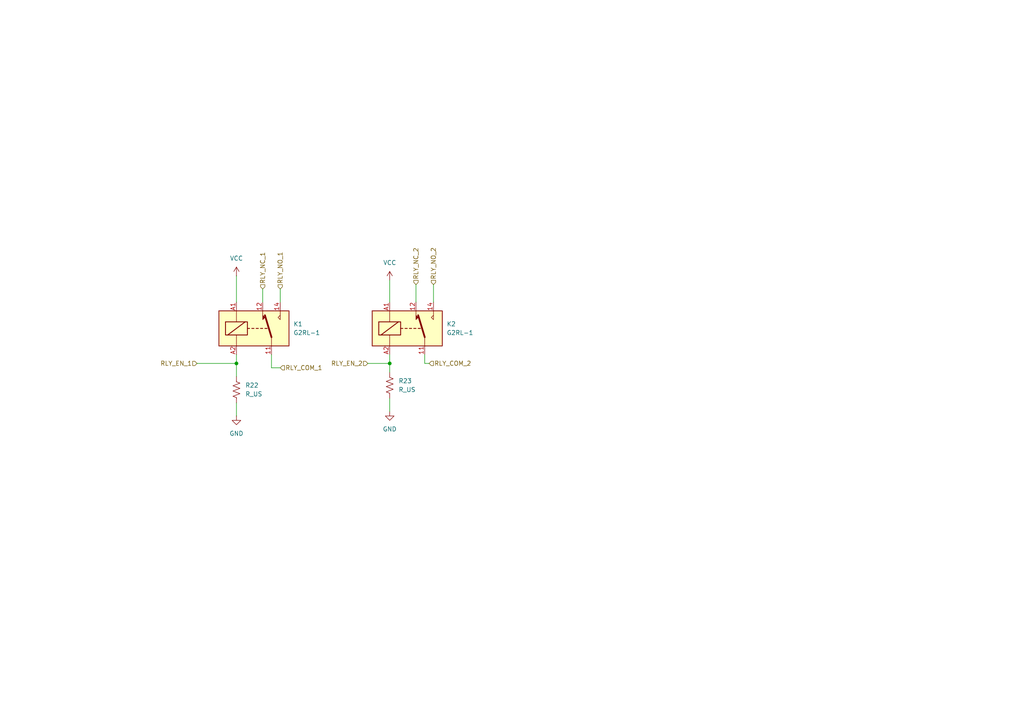
<source format=kicad_sch>
(kicad_sch
	(version 20231120)
	(generator "eeschema")
	(generator_version "8.0")
	(uuid "c5dbbfdd-168b-481a-a1b0-feb35521f3b0")
	(paper "A4")
	(lib_symbols
		(symbol "Device:R_US"
			(pin_numbers hide)
			(pin_names
				(offset 0)
			)
			(exclude_from_sim no)
			(in_bom yes)
			(on_board yes)
			(property "Reference" "R"
				(at 2.54 0 90)
				(effects
					(font
						(size 1.27 1.27)
					)
				)
			)
			(property "Value" "R_US"
				(at -2.54 0 90)
				(effects
					(font
						(size 1.27 1.27)
					)
				)
			)
			(property "Footprint" ""
				(at 1.016 -0.254 90)
				(effects
					(font
						(size 1.27 1.27)
					)
					(hide yes)
				)
			)
			(property "Datasheet" "~"
				(at 0 0 0)
				(effects
					(font
						(size 1.27 1.27)
					)
					(hide yes)
				)
			)
			(property "Description" "Resistor, US symbol"
				(at 0 0 0)
				(effects
					(font
						(size 1.27 1.27)
					)
					(hide yes)
				)
			)
			(property "ki_keywords" "R res resistor"
				(at 0 0 0)
				(effects
					(font
						(size 1.27 1.27)
					)
					(hide yes)
				)
			)
			(property "ki_fp_filters" "R_*"
				(at 0 0 0)
				(effects
					(font
						(size 1.27 1.27)
					)
					(hide yes)
				)
			)
			(symbol "R_US_0_1"
				(polyline
					(pts
						(xy 0 -2.286) (xy 0 -2.54)
					)
					(stroke
						(width 0)
						(type default)
					)
					(fill
						(type none)
					)
				)
				(polyline
					(pts
						(xy 0 2.286) (xy 0 2.54)
					)
					(stroke
						(width 0)
						(type default)
					)
					(fill
						(type none)
					)
				)
				(polyline
					(pts
						(xy 0 -0.762) (xy 1.016 -1.143) (xy 0 -1.524) (xy -1.016 -1.905) (xy 0 -2.286)
					)
					(stroke
						(width 0)
						(type default)
					)
					(fill
						(type none)
					)
				)
				(polyline
					(pts
						(xy 0 0.762) (xy 1.016 0.381) (xy 0 0) (xy -1.016 -0.381) (xy 0 -0.762)
					)
					(stroke
						(width 0)
						(type default)
					)
					(fill
						(type none)
					)
				)
				(polyline
					(pts
						(xy 0 2.286) (xy 1.016 1.905) (xy 0 1.524) (xy -1.016 1.143) (xy 0 0.762)
					)
					(stroke
						(width 0)
						(type default)
					)
					(fill
						(type none)
					)
				)
			)
			(symbol "R_US_1_1"
				(pin passive line
					(at 0 3.81 270)
					(length 1.27)
					(name "~"
						(effects
							(font
								(size 1.27 1.27)
							)
						)
					)
					(number "1"
						(effects
							(font
								(size 1.27 1.27)
							)
						)
					)
				)
				(pin passive line
					(at 0 -3.81 90)
					(length 1.27)
					(name "~"
						(effects
							(font
								(size 1.27 1.27)
							)
						)
					)
					(number "2"
						(effects
							(font
								(size 1.27 1.27)
							)
						)
					)
				)
			)
		)
		(symbol "Relay:G2RL-1"
			(exclude_from_sim no)
			(in_bom yes)
			(on_board yes)
			(property "Reference" "K"
				(at 11.43 3.81 0)
				(effects
					(font
						(size 1.27 1.27)
					)
					(justify left)
				)
			)
			(property "Value" "G2RL-1"
				(at 11.43 1.27 0)
				(effects
					(font
						(size 1.27 1.27)
					)
					(justify left)
				)
			)
			(property "Footprint" "Relay_THT:Relay_SPDT_Omron_G2RL-1"
				(at 11.43 -1.27 0)
				(effects
					(font
						(size 1.27 1.27)
					)
					(justify left)
					(hide yes)
				)
			)
			(property "Datasheet" "https://omronfs.omron.com/en_US/ecb/products/pdf/en-g2rl.pdf"
				(at 0 0 0)
				(effects
					(font
						(size 1.27 1.27)
					)
					(hide yes)
				)
			)
			(property "Description" "General Purpose Low Profile Relay SPDT Through Hole, Omron G2RL series, 12A 250VAC"
				(at 0 0 0)
				(effects
					(font
						(size 1.27 1.27)
					)
					(hide yes)
				)
			)
			(property "ki_keywords" "Single Pole Relay SPDT Omron"
				(at 0 0 0)
				(effects
					(font
						(size 1.27 1.27)
					)
					(hide yes)
				)
			)
			(property "ki_fp_filters" "Relay?SPDT?Omron?G2RL*"
				(at 0 0 0)
				(effects
					(font
						(size 1.27 1.27)
					)
					(hide yes)
				)
			)
			(symbol "G2RL-1_0_0"
				(polyline
					(pts
						(xy 7.62 5.08) (xy 7.62 2.54) (xy 6.985 3.175) (xy 7.62 3.81)
					)
					(stroke
						(width 0)
						(type default)
					)
					(fill
						(type none)
					)
				)
			)
			(symbol "G2RL-1_0_1"
				(rectangle
					(start -10.16 5.08)
					(end 10.16 -5.08)
					(stroke
						(width 0.254)
						(type default)
					)
					(fill
						(type background)
					)
				)
				(rectangle
					(start -8.255 1.905)
					(end -1.905 -1.905)
					(stroke
						(width 0.254)
						(type default)
					)
					(fill
						(type none)
					)
				)
				(polyline
					(pts
						(xy -7.62 -1.905) (xy -2.54 1.905)
					)
					(stroke
						(width 0.254)
						(type default)
					)
					(fill
						(type none)
					)
				)
				(polyline
					(pts
						(xy -5.08 -5.08) (xy -5.08 -1.905)
					)
					(stroke
						(width 0)
						(type default)
					)
					(fill
						(type none)
					)
				)
				(polyline
					(pts
						(xy -5.08 5.08) (xy -5.08 1.905)
					)
					(stroke
						(width 0)
						(type default)
					)
					(fill
						(type none)
					)
				)
				(polyline
					(pts
						(xy -1.905 0) (xy -1.27 0)
					)
					(stroke
						(width 0.254)
						(type default)
					)
					(fill
						(type none)
					)
				)
				(polyline
					(pts
						(xy -0.635 0) (xy 0 0)
					)
					(stroke
						(width 0.254)
						(type default)
					)
					(fill
						(type none)
					)
				)
				(polyline
					(pts
						(xy 0.635 0) (xy 1.27 0)
					)
					(stroke
						(width 0.254)
						(type default)
					)
					(fill
						(type none)
					)
				)
				(polyline
					(pts
						(xy 1.905 0) (xy 2.54 0)
					)
					(stroke
						(width 0.254)
						(type default)
					)
					(fill
						(type none)
					)
				)
				(polyline
					(pts
						(xy 3.175 0) (xy 3.81 0)
					)
					(stroke
						(width 0.254)
						(type default)
					)
					(fill
						(type none)
					)
				)
				(polyline
					(pts
						(xy 5.08 -2.54) (xy 3.175 3.81)
					)
					(stroke
						(width 0.508)
						(type default)
					)
					(fill
						(type none)
					)
				)
				(polyline
					(pts
						(xy 5.08 -2.54) (xy 5.08 -5.08)
					)
					(stroke
						(width 0)
						(type default)
					)
					(fill
						(type none)
					)
				)
				(polyline
					(pts
						(xy 2.54 5.08) (xy 2.54 2.54) (xy 3.175 3.175) (xy 2.54 3.81)
					)
					(stroke
						(width 0)
						(type default)
					)
					(fill
						(type outline)
					)
				)
			)
			(symbol "G2RL-1_1_1"
				(pin passive line
					(at 5.08 -7.62 90)
					(length 2.54)
					(name "~"
						(effects
							(font
								(size 1.27 1.27)
							)
						)
					)
					(number "11"
						(effects
							(font
								(size 1.27 1.27)
							)
						)
					)
				)
				(pin passive line
					(at 2.54 7.62 270)
					(length 2.54)
					(name "~"
						(effects
							(font
								(size 1.27 1.27)
							)
						)
					)
					(number "12"
						(effects
							(font
								(size 1.27 1.27)
							)
						)
					)
				)
				(pin passive line
					(at 7.62 7.62 270)
					(length 2.54)
					(name "~"
						(effects
							(font
								(size 1.27 1.27)
							)
						)
					)
					(number "14"
						(effects
							(font
								(size 1.27 1.27)
							)
						)
					)
				)
				(pin passive line
					(at -5.08 7.62 270)
					(length 2.54)
					(name "~"
						(effects
							(font
								(size 1.27 1.27)
							)
						)
					)
					(number "A1"
						(effects
							(font
								(size 1.27 1.27)
							)
						)
					)
				)
				(pin passive line
					(at -5.08 -7.62 90)
					(length 2.54)
					(name "~"
						(effects
							(font
								(size 1.27 1.27)
							)
						)
					)
					(number "A2"
						(effects
							(font
								(size 1.27 1.27)
							)
						)
					)
				)
			)
		)
		(symbol "power:GND"
			(power)
			(pin_numbers hide)
			(pin_names
				(offset 0) hide)
			(exclude_from_sim no)
			(in_bom yes)
			(on_board yes)
			(property "Reference" "#PWR"
				(at 0 -6.35 0)
				(effects
					(font
						(size 1.27 1.27)
					)
					(hide yes)
				)
			)
			(property "Value" "GND"
				(at 0 -3.81 0)
				(effects
					(font
						(size 1.27 1.27)
					)
				)
			)
			(property "Footprint" ""
				(at 0 0 0)
				(effects
					(font
						(size 1.27 1.27)
					)
					(hide yes)
				)
			)
			(property "Datasheet" ""
				(at 0 0 0)
				(effects
					(font
						(size 1.27 1.27)
					)
					(hide yes)
				)
			)
			(property "Description" "Power symbol creates a global label with name \"GND\" , ground"
				(at 0 0 0)
				(effects
					(font
						(size 1.27 1.27)
					)
					(hide yes)
				)
			)
			(property "ki_keywords" "global power"
				(at 0 0 0)
				(effects
					(font
						(size 1.27 1.27)
					)
					(hide yes)
				)
			)
			(symbol "GND_0_1"
				(polyline
					(pts
						(xy 0 0) (xy 0 -1.27) (xy 1.27 -1.27) (xy 0 -2.54) (xy -1.27 -1.27) (xy 0 -1.27)
					)
					(stroke
						(width 0)
						(type default)
					)
					(fill
						(type none)
					)
				)
			)
			(symbol "GND_1_1"
				(pin power_in line
					(at 0 0 270)
					(length 0)
					(name "~"
						(effects
							(font
								(size 1.27 1.27)
							)
						)
					)
					(number "1"
						(effects
							(font
								(size 1.27 1.27)
							)
						)
					)
				)
			)
		)
		(symbol "power:VCC"
			(power)
			(pin_numbers hide)
			(pin_names
				(offset 0) hide)
			(exclude_from_sim no)
			(in_bom yes)
			(on_board yes)
			(property "Reference" "#PWR"
				(at 0 -3.81 0)
				(effects
					(font
						(size 1.27 1.27)
					)
					(hide yes)
				)
			)
			(property "Value" "VCC"
				(at 0 3.556 0)
				(effects
					(font
						(size 1.27 1.27)
					)
				)
			)
			(property "Footprint" ""
				(at 0 0 0)
				(effects
					(font
						(size 1.27 1.27)
					)
					(hide yes)
				)
			)
			(property "Datasheet" ""
				(at 0 0 0)
				(effects
					(font
						(size 1.27 1.27)
					)
					(hide yes)
				)
			)
			(property "Description" "Power symbol creates a global label with name \"VCC\""
				(at 0 0 0)
				(effects
					(font
						(size 1.27 1.27)
					)
					(hide yes)
				)
			)
			(property "ki_keywords" "global power"
				(at 0 0 0)
				(effects
					(font
						(size 1.27 1.27)
					)
					(hide yes)
				)
			)
			(symbol "VCC_0_1"
				(polyline
					(pts
						(xy -0.762 1.27) (xy 0 2.54)
					)
					(stroke
						(width 0)
						(type default)
					)
					(fill
						(type none)
					)
				)
				(polyline
					(pts
						(xy 0 0) (xy 0 2.54)
					)
					(stroke
						(width 0)
						(type default)
					)
					(fill
						(type none)
					)
				)
				(polyline
					(pts
						(xy 0 2.54) (xy 0.762 1.27)
					)
					(stroke
						(width 0)
						(type default)
					)
					(fill
						(type none)
					)
				)
			)
			(symbol "VCC_1_1"
				(pin power_in line
					(at 0 0 90)
					(length 0)
					(name "~"
						(effects
							(font
								(size 1.27 1.27)
							)
						)
					)
					(number "1"
						(effects
							(font
								(size 1.27 1.27)
							)
						)
					)
				)
			)
		)
	)
	(junction
		(at 68.58 105.41)
		(diameter 0)
		(color 0 0 0 0)
		(uuid "2f60138a-71ac-4e43-9dab-e45bd0c933af")
	)
	(junction
		(at 113.03 105.41)
		(diameter 0)
		(color 0 0 0 0)
		(uuid "c012eef0-f696-4a0a-bc24-d10bb4e7fddb")
	)
	(wire
		(pts
			(xy 113.03 105.41) (xy 113.03 107.95)
		)
		(stroke
			(width 0)
			(type default)
		)
		(uuid "146ee772-97dd-4a5d-96aa-930ed2fc521e")
	)
	(wire
		(pts
			(xy 106.68 105.41) (xy 113.03 105.41)
		)
		(stroke
			(width 0)
			(type default)
		)
		(uuid "2527cc9b-a11b-4b7d-80bd-e070d4f7e28f")
	)
	(wire
		(pts
			(xy 68.58 116.84) (xy 68.58 120.65)
		)
		(stroke
			(width 0)
			(type default)
		)
		(uuid "2e454386-798b-46d8-9947-4f70747a4a31")
	)
	(wire
		(pts
			(xy 68.58 105.41) (xy 68.58 109.22)
		)
		(stroke
			(width 0)
			(type default)
		)
		(uuid "3915a4dd-f01c-4cc6-8ad8-28447acb2615")
	)
	(wire
		(pts
			(xy 123.19 105.41) (xy 124.46 105.41)
		)
		(stroke
			(width 0)
			(type default)
		)
		(uuid "3fd48dfb-34da-42da-9782-a32daa6c1a4b")
	)
	(wire
		(pts
			(xy 123.19 102.87) (xy 123.19 105.41)
		)
		(stroke
			(width 0)
			(type default)
		)
		(uuid "69c2b32e-953e-48b9-863e-642aee02177d")
	)
	(wire
		(pts
			(xy 57.15 105.41) (xy 68.58 105.41)
		)
		(stroke
			(width 0)
			(type default)
		)
		(uuid "7f04efa7-4c3b-474e-b40a-9af184532097")
	)
	(wire
		(pts
			(xy 68.58 102.87) (xy 68.58 105.41)
		)
		(stroke
			(width 0)
			(type default)
		)
		(uuid "873034a0-2788-4a67-9883-2726cdcb9711")
	)
	(wire
		(pts
			(xy 120.65 82.55) (xy 120.65 87.63)
		)
		(stroke
			(width 0)
			(type default)
		)
		(uuid "92f3df2b-c3e0-4e9d-9da7-bfea890cef47")
	)
	(wire
		(pts
			(xy 78.74 102.87) (xy 78.74 106.68)
		)
		(stroke
			(width 0)
			(type default)
		)
		(uuid "a3557316-089a-4c8d-b532-e96f918049b5")
	)
	(wire
		(pts
			(xy 113.03 81.28) (xy 113.03 87.63)
		)
		(stroke
			(width 0)
			(type default)
		)
		(uuid "a4cfb1aa-0286-4ed7-9e74-6b967ed94fcf")
	)
	(wire
		(pts
			(xy 78.74 106.68) (xy 81.28 106.68)
		)
		(stroke
			(width 0)
			(type default)
		)
		(uuid "aaabf97a-1c9e-4580-b6cf-de7233ff6711")
	)
	(wire
		(pts
			(xy 113.03 102.87) (xy 113.03 105.41)
		)
		(stroke
			(width 0)
			(type default)
		)
		(uuid "be797ddd-b7fe-40d2-b081-44de6425282e")
	)
	(wire
		(pts
			(xy 68.58 80.01) (xy 68.58 87.63)
		)
		(stroke
			(width 0)
			(type default)
		)
		(uuid "d615ea05-44df-4f97-b865-1ba88a0002d4")
	)
	(wire
		(pts
			(xy 113.03 115.57) (xy 113.03 119.38)
		)
		(stroke
			(width 0)
			(type default)
		)
		(uuid "e6309afd-cf11-4f99-b995-bbdf4228918c")
	)
	(wire
		(pts
			(xy 125.73 82.55) (xy 125.73 87.63)
		)
		(stroke
			(width 0)
			(type default)
		)
		(uuid "e955147e-84cb-4c1f-84a9-ee33f49f1882")
	)
	(wire
		(pts
			(xy 81.28 83.82) (xy 81.28 87.63)
		)
		(stroke
			(width 0)
			(type default)
		)
		(uuid "ec099eca-e731-4e64-9e05-b1d647784a1b")
	)
	(wire
		(pts
			(xy 76.2 83.82) (xy 76.2 87.63)
		)
		(stroke
			(width 0)
			(type default)
		)
		(uuid "f3ad99ca-ccc8-451a-aa1c-c9de8261fc12")
	)
	(hierarchical_label "RLY_NO_2"
		(shape input)
		(at 125.73 82.55 90)
		(fields_autoplaced yes)
		(effects
			(font
				(size 1.27 1.27)
			)
			(justify left)
		)
		(uuid "08131f96-7a16-4756-b669-bbe4b72bdfba")
	)
	(hierarchical_label "RLY_COM_2"
		(shape input)
		(at 124.46 105.41 0)
		(fields_autoplaced yes)
		(effects
			(font
				(size 1.27 1.27)
			)
			(justify left)
		)
		(uuid "261ad91a-79d7-428f-87b2-6ab58cd7d8e0")
	)
	(hierarchical_label "RLY_COM_1"
		(shape input)
		(at 81.28 106.68 0)
		(fields_autoplaced yes)
		(effects
			(font
				(size 1.27 1.27)
			)
			(justify left)
		)
		(uuid "3d2e442a-827c-412a-a826-f09b87b1e894")
	)
	(hierarchical_label "RLY_NO_1"
		(shape input)
		(at 81.28 83.82 90)
		(fields_autoplaced yes)
		(effects
			(font
				(size 1.27 1.27)
			)
			(justify left)
		)
		(uuid "403ee62a-62f9-4f89-9387-f6b56fc18c2c")
	)
	(hierarchical_label "RLY_EN_1"
		(shape input)
		(at 57.15 105.41 180)
		(fields_autoplaced yes)
		(effects
			(font
				(size 1.27 1.27)
			)
			(justify right)
		)
		(uuid "433a5608-4b70-43ba-bf63-88c6053d8278")
	)
	(hierarchical_label "RLY_NC_1"
		(shape input)
		(at 76.2 83.82 90)
		(fields_autoplaced yes)
		(effects
			(font
				(size 1.27 1.27)
			)
			(justify left)
		)
		(uuid "7662bb3d-af79-432c-b370-0921fe6fd85a")
	)
	(hierarchical_label "RLY_NC_2"
		(shape input)
		(at 120.65 82.55 90)
		(fields_autoplaced yes)
		(effects
			(font
				(size 1.27 1.27)
			)
			(justify left)
		)
		(uuid "80196d96-1ec9-4c65-aded-1adda3d9fefe")
	)
	(hierarchical_label "RLY_EN_2"
		(shape input)
		(at 106.68 105.41 180)
		(fields_autoplaced yes)
		(effects
			(font
				(size 1.27 1.27)
			)
			(justify right)
		)
		(uuid "d5da4bd8-796c-4b24-b818-16a6e9235b50")
	)
	(symbol
		(lib_id "power:VCC")
		(at 113.03 81.28 0)
		(unit 1)
		(exclude_from_sim no)
		(in_bom yes)
		(on_board yes)
		(dnp no)
		(fields_autoplaced yes)
		(uuid "03809a7a-b59d-4263-8546-618eefa15449")
		(property "Reference" "#PWR047"
			(at 113.03 85.09 0)
			(effects
				(font
					(size 1.27 1.27)
				)
				(hide yes)
			)
		)
		(property "Value" "VCC"
			(at 113.03 76.2 0)
			(effects
				(font
					(size 1.27 1.27)
				)
			)
		)
		(property "Footprint" ""
			(at 113.03 81.28 0)
			(effects
				(font
					(size 1.27 1.27)
				)
				(hide yes)
			)
		)
		(property "Datasheet" ""
			(at 113.03 81.28 0)
			(effects
				(font
					(size 1.27 1.27)
				)
				(hide yes)
			)
		)
		(property "Description" "Power symbol creates a global label with name \"VCC\""
			(at 113.03 81.28 0)
			(effects
				(font
					(size 1.27 1.27)
				)
				(hide yes)
			)
		)
		(pin "1"
			(uuid "8e09a5d3-e189-4f04-be73-081f0de10166")
		)
		(instances
			(project "ZorionX-Nivara"
				(path "/ae5c9891-8291-492e-8a61-8ac340267b67/d47eca49-96e4-4138-8979-47bb60019f67/9ab4ce65-8581-414e-970a-d59ef8bef45f"
					(reference "#PWR047")
					(unit 1)
				)
			)
		)
	)
	(symbol
		(lib_id "Device:R_US")
		(at 113.03 111.76 0)
		(unit 1)
		(exclude_from_sim no)
		(in_bom yes)
		(on_board yes)
		(dnp no)
		(fields_autoplaced yes)
		(uuid "19b34999-ee28-441a-ad7c-c14f0e12cfd6")
		(property "Reference" "R23"
			(at 115.57 110.4899 0)
			(effects
				(font
					(size 1.27 1.27)
				)
				(justify left)
			)
		)
		(property "Value" "R_US"
			(at 115.57 113.0299 0)
			(effects
				(font
					(size 1.27 1.27)
				)
				(justify left)
			)
		)
		(property "Footprint" "Resistor_SMD:R_0603_1608Metric"
			(at 114.046 112.014 90)
			(effects
				(font
					(size 1.27 1.27)
				)
				(hide yes)
			)
		)
		(property "Datasheet" "~"
			(at 113.03 111.76 0)
			(effects
				(font
					(size 1.27 1.27)
				)
				(hide yes)
			)
		)
		(property "Description" "Resistor, US symbol"
			(at 113.03 111.76 0)
			(effects
				(font
					(size 1.27 1.27)
				)
				(hide yes)
			)
		)
		(pin "1"
			(uuid "c8fb577c-08c0-43d0-afdd-429dfbb4a62f")
		)
		(pin "2"
			(uuid "49b68e05-057c-440d-a727-f92c4c6331b4")
		)
		(instances
			(project "ZorionX-Nivara"
				(path "/ae5c9891-8291-492e-8a61-8ac340267b67/d47eca49-96e4-4138-8979-47bb60019f67/9ab4ce65-8581-414e-970a-d59ef8bef45f"
					(reference "R23")
					(unit 1)
				)
			)
		)
	)
	(symbol
		(lib_id "power:GND")
		(at 113.03 119.38 0)
		(unit 1)
		(exclude_from_sim no)
		(in_bom yes)
		(on_board yes)
		(dnp no)
		(fields_autoplaced yes)
		(uuid "5f1b0e92-a229-438a-a93a-c5cc7f03b1f0")
		(property "Reference" "#PWR045"
			(at 113.03 125.73 0)
			(effects
				(font
					(size 1.27 1.27)
				)
				(hide yes)
			)
		)
		(property "Value" "GND"
			(at 113.03 124.46 0)
			(effects
				(font
					(size 1.27 1.27)
				)
			)
		)
		(property "Footprint" ""
			(at 113.03 119.38 0)
			(effects
				(font
					(size 1.27 1.27)
				)
				(hide yes)
			)
		)
		(property "Datasheet" ""
			(at 113.03 119.38 0)
			(effects
				(font
					(size 1.27 1.27)
				)
				(hide yes)
			)
		)
		(property "Description" "Power symbol creates a global label with name \"GND\" , ground"
			(at 113.03 119.38 0)
			(effects
				(font
					(size 1.27 1.27)
				)
				(hide yes)
			)
		)
		(pin "1"
			(uuid "eb0f23a4-050d-4235-b439-e11324ddb108")
		)
		(instances
			(project "ZorionX-Nivara"
				(path "/ae5c9891-8291-492e-8a61-8ac340267b67/d47eca49-96e4-4138-8979-47bb60019f67/9ab4ce65-8581-414e-970a-d59ef8bef45f"
					(reference "#PWR045")
					(unit 1)
				)
			)
		)
	)
	(symbol
		(lib_id "power:GND")
		(at 68.58 120.65 0)
		(unit 1)
		(exclude_from_sim no)
		(in_bom yes)
		(on_board yes)
		(dnp no)
		(fields_autoplaced yes)
		(uuid "60618274-97ea-405e-8915-cfbc791843aa")
		(property "Reference" "#PWR044"
			(at 68.58 127 0)
			(effects
				(font
					(size 1.27 1.27)
				)
				(hide yes)
			)
		)
		(property "Value" "GND"
			(at 68.58 125.73 0)
			(effects
				(font
					(size 1.27 1.27)
				)
			)
		)
		(property "Footprint" ""
			(at 68.58 120.65 0)
			(effects
				(font
					(size 1.27 1.27)
				)
				(hide yes)
			)
		)
		(property "Datasheet" ""
			(at 68.58 120.65 0)
			(effects
				(font
					(size 1.27 1.27)
				)
				(hide yes)
			)
		)
		(property "Description" "Power symbol creates a global label with name \"GND\" , ground"
			(at 68.58 120.65 0)
			(effects
				(font
					(size 1.27 1.27)
				)
				(hide yes)
			)
		)
		(pin "1"
			(uuid "cd65924a-f6ce-4494-9efb-e0e971c429ad")
		)
		(instances
			(project "ZorionX-Nivara"
				(path "/ae5c9891-8291-492e-8a61-8ac340267b67/d47eca49-96e4-4138-8979-47bb60019f67/9ab4ce65-8581-414e-970a-d59ef8bef45f"
					(reference "#PWR044")
					(unit 1)
				)
			)
		)
	)
	(symbol
		(lib_id "power:VCC")
		(at 68.58 80.01 0)
		(unit 1)
		(exclude_from_sim no)
		(in_bom yes)
		(on_board yes)
		(dnp no)
		(fields_autoplaced yes)
		(uuid "61c39f3b-7e70-4494-ac1a-758417dfe243")
		(property "Reference" "#PWR046"
			(at 68.58 83.82 0)
			(effects
				(font
					(size 1.27 1.27)
				)
				(hide yes)
			)
		)
		(property "Value" "VCC"
			(at 68.58 74.93 0)
			(effects
				(font
					(size 1.27 1.27)
				)
			)
		)
		(property "Footprint" ""
			(at 68.58 80.01 0)
			(effects
				(font
					(size 1.27 1.27)
				)
				(hide yes)
			)
		)
		(property "Datasheet" ""
			(at 68.58 80.01 0)
			(effects
				(font
					(size 1.27 1.27)
				)
				(hide yes)
			)
		)
		(property "Description" "Power symbol creates a global label with name \"VCC\""
			(at 68.58 80.01 0)
			(effects
				(font
					(size 1.27 1.27)
				)
				(hide yes)
			)
		)
		(pin "1"
			(uuid "f4aefbe0-500e-4303-8b02-02f9b8b67560")
		)
		(instances
			(project "ZorionX-Nivara"
				(path "/ae5c9891-8291-492e-8a61-8ac340267b67/d47eca49-96e4-4138-8979-47bb60019f67/9ab4ce65-8581-414e-970a-d59ef8bef45f"
					(reference "#PWR046")
					(unit 1)
				)
			)
		)
	)
	(symbol
		(lib_id "Relay:G2RL-1")
		(at 118.11 95.25 0)
		(unit 1)
		(exclude_from_sim no)
		(in_bom yes)
		(on_board yes)
		(dnp no)
		(fields_autoplaced yes)
		(uuid "eb9806e0-b922-423a-be6a-331d69b6bba8")
		(property "Reference" "K2"
			(at 129.54 93.9799 0)
			(effects
				(font
					(size 1.27 1.27)
				)
				(justify left)
			)
		)
		(property "Value" "G2RL-1"
			(at 129.54 96.5199 0)
			(effects
				(font
					(size 1.27 1.27)
				)
				(justify left)
			)
		)
		(property "Footprint" "Relay_THT:Relay_SPDT_Omron_G2RL-1"
			(at 129.54 96.52 0)
			(effects
				(font
					(size 1.27 1.27)
				)
				(justify left)
				(hide yes)
			)
		)
		(property "Datasheet" "https://omronfs.omron.com/en_US/ecb/products/pdf/en-g2rl.pdf"
			(at 118.11 95.25 0)
			(effects
				(font
					(size 1.27 1.27)
				)
				(hide yes)
			)
		)
		(property "Description" "General Purpose Low Profile Relay SPDT Through Hole, Omron G2RL series, 12A 250VAC"
			(at 118.11 95.25 0)
			(effects
				(font
					(size 1.27 1.27)
				)
				(hide yes)
			)
		)
		(pin "A1"
			(uuid "caba3aeb-288d-4e03-8d70-a90e1e932795")
		)
		(pin "11"
			(uuid "5e63fbfb-71e2-4dc3-9497-b08bc394adef")
		)
		(pin "14"
			(uuid "3c46f539-a9de-4b85-a8c8-e79c1b835800")
		)
		(pin "12"
			(uuid "19bbd1b2-ab53-46a4-933e-d1c2f4bf0951")
		)
		(pin "A2"
			(uuid "8bfbb33a-9a22-45bf-8409-083029d1b6d8")
		)
		(instances
			(project "ZorionX-Nivara"
				(path "/ae5c9891-8291-492e-8a61-8ac340267b67/d47eca49-96e4-4138-8979-47bb60019f67/9ab4ce65-8581-414e-970a-d59ef8bef45f"
					(reference "K2")
					(unit 1)
				)
			)
		)
	)
	(symbol
		(lib_id "Relay:G2RL-1")
		(at 73.66 95.25 0)
		(unit 1)
		(exclude_from_sim no)
		(in_bom yes)
		(on_board yes)
		(dnp no)
		(fields_autoplaced yes)
		(uuid "f3121be7-60a0-4a8d-893a-eb1668075199")
		(property "Reference" "K1"
			(at 85.09 93.9799 0)
			(effects
				(font
					(size 1.27 1.27)
				)
				(justify left)
			)
		)
		(property "Value" "G2RL-1"
			(at 85.09 96.5199 0)
			(effects
				(font
					(size 1.27 1.27)
				)
				(justify left)
			)
		)
		(property "Footprint" "Relay_THT:Relay_SPDT_Omron_G2RL-1"
			(at 85.09 96.52 0)
			(effects
				(font
					(size 1.27 1.27)
				)
				(justify left)
				(hide yes)
			)
		)
		(property "Datasheet" "https://omronfs.omron.com/en_US/ecb/products/pdf/en-g2rl.pdf"
			(at 73.66 95.25 0)
			(effects
				(font
					(size 1.27 1.27)
				)
				(hide yes)
			)
		)
		(property "Description" "General Purpose Low Profile Relay SPDT Through Hole, Omron G2RL series, 12A 250VAC"
			(at 73.66 95.25 0)
			(effects
				(font
					(size 1.27 1.27)
				)
				(hide yes)
			)
		)
		(pin "11"
			(uuid "7e1bac1c-e000-4c88-9cb0-fec121f515aa")
		)
		(pin "12"
			(uuid "73fa76a2-7834-491b-be81-a993c7872fc5")
		)
		(pin "A1"
			(uuid "0dd4625e-1f16-4afc-a670-21f1e1d89697")
		)
		(pin "A2"
			(uuid "cd090ed8-3a9c-4620-86a1-8975acde6ae9")
		)
		(pin "14"
			(uuid "926866cf-4a85-4439-8d57-0f371cda5ff3")
		)
		(instances
			(project "ZorionX-Nivara"
				(path "/ae5c9891-8291-492e-8a61-8ac340267b67/d47eca49-96e4-4138-8979-47bb60019f67/9ab4ce65-8581-414e-970a-d59ef8bef45f"
					(reference "K1")
					(unit 1)
				)
			)
		)
	)
	(symbol
		(lib_id "Device:R_US")
		(at 68.58 113.03 0)
		(unit 1)
		(exclude_from_sim no)
		(in_bom yes)
		(on_board yes)
		(dnp no)
		(fields_autoplaced yes)
		(uuid "fc5db63d-a8a4-4605-8284-e2dc5cc3e2ce")
		(property "Reference" "R22"
			(at 71.12 111.7599 0)
			(effects
				(font
					(size 1.27 1.27)
				)
				(justify left)
			)
		)
		(property "Value" "R_US"
			(at 71.12 114.2999 0)
			(effects
				(font
					(size 1.27 1.27)
				)
				(justify left)
			)
		)
		(property "Footprint" "Resistor_SMD:R_0603_1608Metric"
			(at 69.596 113.284 90)
			(effects
				(font
					(size 1.27 1.27)
				)
				(hide yes)
			)
		)
		(property "Datasheet" "~"
			(at 68.58 113.03 0)
			(effects
				(font
					(size 1.27 1.27)
				)
				(hide yes)
			)
		)
		(property "Description" "Resistor, US symbol"
			(at 68.58 113.03 0)
			(effects
				(font
					(size 1.27 1.27)
				)
				(hide yes)
			)
		)
		(pin "1"
			(uuid "4e1c830c-f427-4d88-a782-a0f94b6e093d")
		)
		(pin "2"
			(uuid "3a4c2caf-8e40-4236-a5f8-5a8fc10d7d73")
		)
		(instances
			(project "ZorionX-Nivara"
				(path "/ae5c9891-8291-492e-8a61-8ac340267b67/d47eca49-96e4-4138-8979-47bb60019f67/9ab4ce65-8581-414e-970a-d59ef8bef45f"
					(reference "R22")
					(unit 1)
				)
			)
		)
	)
)
</source>
